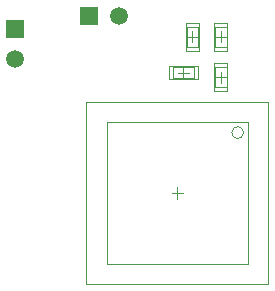
<source format=gbl>
G04 Layer_Physical_Order=4*
G04 Layer_Color=16711680*
%FSLAX25Y25*%
%MOIN*%
G70*
G01*
G75*
%ADD16C,0.00394*%
%ADD17C,0.00197*%
%ADD18C,0.05906*%
%ADD19R,0.05906X0.05906*%
%ADD20R,0.05906X0.05906*%
D16*
X191547Y89531D02*
G03*
X191547Y89531I-1969J0D01*
G01*
X176370Y118106D02*
Y124799D01*
X172630Y118106D02*
Y124799D01*
X176370D01*
X172630Y118106D02*
X176370D01*
X145878Y45831D02*
Y93075D01*
X193122Y45831D02*
Y93075D01*
X145878Y45831D02*
X193122D01*
X145878Y93075D02*
X193122D01*
X168055Y107583D02*
X174945D01*
X168055Y111323D02*
X174945D01*
Y107583D02*
Y111323D01*
X168055Y107583D02*
Y111323D01*
X182130Y118106D02*
Y124799D01*
X185870Y118106D02*
Y124799D01*
X182130Y118106D02*
X185870D01*
X182130Y124799D02*
X185870D01*
X185870Y104606D02*
Y111299D01*
X182130Y104606D02*
Y111299D01*
X185870D01*
X182130Y104606D02*
X185870D01*
X172630Y121453D02*
X176370D01*
X174500Y119583D02*
Y123323D01*
X176665Y116728D02*
Y126177D01*
X172335Y116728D02*
Y126177D01*
X176665D01*
X172335Y116728D02*
X176665D01*
X167532Y69453D02*
X171469D01*
X169500Y67484D02*
Y71421D01*
X171500Y107583D02*
Y111323D01*
X169630Y109453D02*
X173370D01*
X166776Y107287D02*
X176225D01*
X166776Y111618D02*
X176225D01*
Y107287D02*
Y111618D01*
X166776Y107287D02*
Y111618D01*
X182130Y121453D02*
X185870D01*
X184000Y119583D02*
Y123323D01*
X181835Y116728D02*
Y126177D01*
X186165Y116728D02*
Y126177D01*
X181835Y116728D02*
X186165D01*
X181835Y126177D02*
X186165D01*
X182130Y107953D02*
X185870D01*
X184000Y106083D02*
Y109823D01*
X186165Y103228D02*
Y112677D01*
X181835Y103228D02*
Y112677D01*
X186165D01*
X181835Y103228D02*
X186165D01*
D17*
X139185Y39138D02*
Y99768D01*
X199815Y39138D02*
Y99768D01*
X139185Y39138D02*
X199815D01*
X139185Y99768D02*
X199815D01*
D18*
X115500Y114000D02*
D03*
X150000Y128500D02*
D03*
D19*
X115500Y124000D02*
D03*
D20*
X140000Y128500D02*
D03*
M02*

</source>
